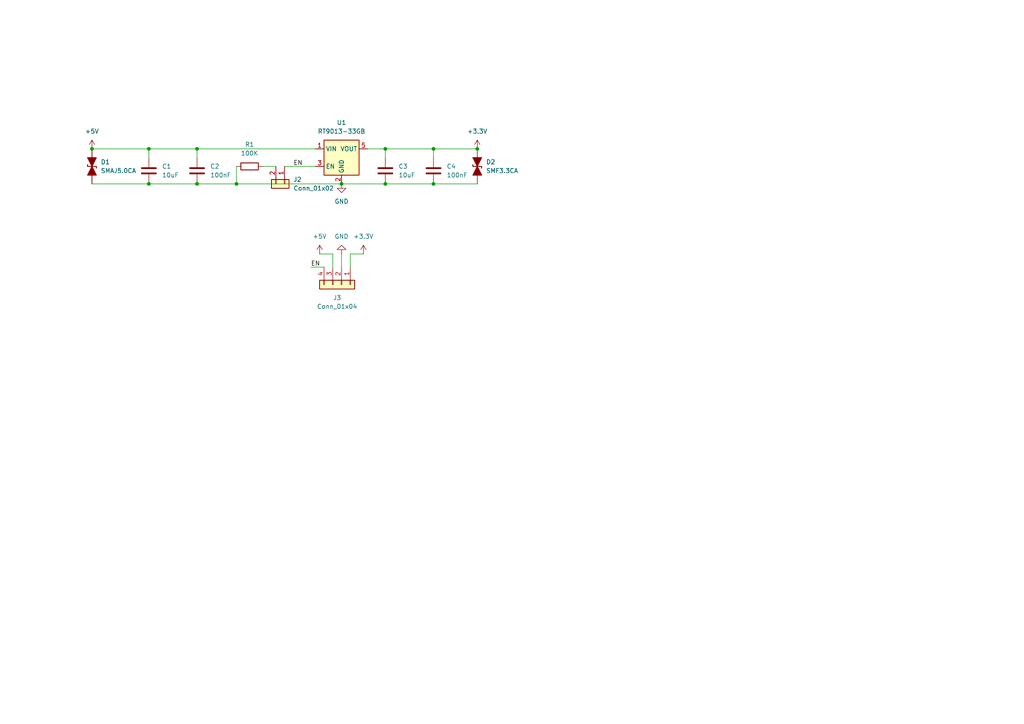
<source format=kicad_sch>
(kicad_sch (version 20250114) (generator "eeschema") (generator_version "9.0")
  (paper "A4")
  (lib_symbols
    (symbol "Connector_Generic:Conn_01x02" (pin_names (offset 1.016) (hide yes))
      (property "Reference" "J" (at 0 2.54 0))
      (property "Value" "Conn_01x02" (at 0 -5.08 0))
      (symbol "Conn_01x02_1_1"
        (rectangle (start -1.27 1.27) (end 1.27 -3.81) (stroke (width 0.254)) (fill (type background)))
        (rectangle (start -1.27 0.127) (end 0 -0.127) (stroke (width 0.1524)))
        (rectangle (start -1.27 -2.413) (end 0 -2.667) (stroke (width 0.1524)))
        (pin passive line (at -5.08 0 0) (length 3.81) (name "Pin_1") (number "1"))
        (pin passive line (at -5.08 -2.54 0) (length 3.81) (name "Pin_2") (number "2"))
      )
    )
    (symbol "Connector_Generic:Conn_01x04" (pin_names (offset 1.016) (hide yes))
      (property "Reference" "J" (at 0 5.08 0))
      (property "Value" "Conn_01x04" (at 0 -7.62 0))
      (symbol "Conn_01x04_1_1"
        (rectangle (start -1.27 3.81) (end 1.27 -6.35) (stroke (width 0.254)) (fill (type background)))
        (rectangle (start -1.27 2.667) (end 0 2.413) (stroke (width 0.1524)))
        (rectangle (start -1.27 0.127) (end 0 -0.127) (stroke (width 0.1524)))
        (rectangle (start -1.27 -2.413) (end 0 -2.667) (stroke (width 0.1524)))
        (rectangle (start -1.27 -4.953) (end 0 -5.207) (stroke (width 0.1524)))
        (pin passive line (at -5.08 2.54 0) (length 3.81) (name "Pin_1") (number "1"))
        (pin passive line (at -5.08 0 0) (length 3.81) (name "Pin_2") (number "2"))
        (pin passive line (at -5.08 -2.54 0) (length 3.81) (name "Pin_3") (number "3"))
        (pin passive line (at -5.08 -5.08 0) (length 3.81) (name "Pin_4") (number "4"))
      )
    )
    (symbol "Library:SMF3.3CA" (pin_numbers (hide yes)) (pin_names (offset 1.016) (hide yes))
      (property "Reference" "D" (at 0 5.08 0))
      (property "Value" "SMF3.3CA" (at 0 2.54 0))
      (symbol "SMF3.3CA_0_1"
        (polyline (pts (xy 0 1.27) (xy 0 -1.27)) (stroke (width 0.254)))
        (polyline (pts (xy 0 1.27) (xy 0.508 1.27)) (stroke (width 0.254)))
        (polyline (pts (xy 0 0) (xy -2.54 1.27) (xy -2.54 -1.27) (xy 0 0)) (stroke (width 0.254)) (fill (type outline)))
        (polyline (pts (xy 0 -1.27) (xy -0.508 -1.27)) (stroke (width 0.254)))
        (polyline (pts (xy 1.27 0) (xy -1.27 0)))
        (polyline (pts (xy 2.54 1.27) (xy 2.54 -1.27) (xy 0 0) (xy 2.54 1.27)) (stroke (width 0.254)) (fill (type outline)))
      )
      (symbol "SMF3.3CA_0_2"
        (polyline (pts (xy -3.81 -3.81) (xy 3.81 3.81)))
        (polyline (pts (xy -1.778 -1.778) (xy -2.667 -0.889) (xy 0 0) (xy -0.889 -2.667) (xy -1.778 -1.778)) (stroke (width 0.254)) (fill (type outline)))
        (polyline (pts (xy -0.889 0.889) (xy -1.27 0.508)) (stroke (width 0.254)))
        (polyline (pts (xy -0.889 0.889) (xy 0.889 -0.889)) (stroke (width 0.254)))
        (polyline (pts (xy 0.889 -0.889) (xy 1.27 -0.508)) (stroke (width 0.254)))
        (polyline (pts (xy 1.778 1.778) (xy 2.667 0.889) (xy 0 0) (xy 0.889 2.667) (xy 1.778 1.778)) (stroke (width 0.254)) (fill (type outline)))
      )
      (symbol "SMF3.3CA_1_1"
        (pin passive line (at -5.08 0 0) (length 2.54) (name "K") (number "1"))
        (pin passive line (at 5.08 0 180) (length 2.54) (name "A") (number "2"))
      )
      (symbol "SMF3.3CA_1_2"
        (pin passive line (at -3.81 -3.81 0) (length 0) (name "A") (number "2"))
        (pin passive line (at 3.81 3.81 180) (length 0) (name "K") (number "1"))
      )
    )
    (symbol "PCM_Capacitor_US_AKL:C_1206" (pin_numbers (hide yes)) (pin_names (offset 0.254))
      (property "Reference" "C" (at 0.635 2.54 0))
      (property "Value" "C_1206" (at 0.635 -2.54 0))
      (symbol "C_1206_0_1"
        (polyline (pts (xy -2.032 0.762) (xy 2.032 0.762)) (stroke (width 0.508)))
        (polyline (pts (xy -2.032 -0.762) (xy 2.032 -0.762)) (stroke (width 0.508)))
      )
      (symbol "C_1206_0_2"
        (polyline (pts (xy -2.54 -2.54) (xy -0.381 -0.381)))
        (polyline (pts (xy -0.508 -0.508) (xy -1.651 0.635)) (stroke (width 0.508)))
        (polyline (pts (xy -0.508 -0.508) (xy 0.635 -1.651)) (stroke (width 0.508)))
        (polyline (pts (xy 0.381 0.381) (xy 2.54 2.54)))
        (polyline (pts (xy 0.508 0.508) (xy -0.635 1.651)) (stroke (width 0.508)))
        (polyline (pts (xy 0.508 0.508) (xy 1.651 -0.635)) (stroke (width 0.508)))
      )
      (symbol "C_1206_1_1"
        (pin passive line (at 0 3.81 270) (length 2.794) (name "~") (number "1"))
        (pin passive line (at 0 -3.81 90) (length 2.794) (name "~") (number "2"))
      )
      (symbol "C_1206_1_2"
        (pin passive line (at -2.54 -2.54 90) (length 0) (name "~") (number "2"))
        (pin passive line (at 2.54 2.54 270) (length 0) (name "~") (number "1"))
      )
    )
    (symbol "PCM_Diode_TVS_AKL:SMAJ5.0CA" (pin_numbers (hide yes)) (pin_names (offset 1.016) (hide yes))
      (property "Reference" "D" (at 0 5.08 0))
      (property "Value" "SMAJ5.0CA" (at 0 2.54 0))
      (symbol "SMAJ5.0CA_0_1"
        (polyline (pts (xy 0 1.27) (xy 0 -1.27)) (stroke (width 0.254)))
        (polyline (pts (xy 0 1.27) (xy 0.508 1.27)) (stroke (width 0.254)))
        (polyline (pts (xy 0 0) (xy -2.54 1.27) (xy -2.54 -1.27) (xy 0 0)) (stroke (width 0.254)) (fill (type outline)))
        (polyline (pts (xy 0 -1.27) (xy -0.508 -1.27)) (stroke (width 0.254)))
        (polyline (pts (xy 1.27 0) (xy -1.27 0)))
        (polyline (pts (xy 2.54 1.27) (xy 2.54 -1.27) (xy 0 0) (xy 2.54 1.27)) (stroke (width 0.254)) (fill (type outline)))
      )
      (symbol "SMAJ5.0CA_0_2"
        (polyline (pts (xy -3.81 -3.81) (xy 3.81 3.81)))
        (polyline (pts (xy -1.778 -1.778) (xy -2.667 -0.889) (xy 0 0) (xy -0.889 -2.667) (xy -1.778 -1.778)) (stroke (width 0.254)) (fill (type outline)))
        (polyline (pts (xy -0.889 0.889) (xy -1.27 0.508)) (stroke (width 0.254)))
        (polyline (pts (xy -0.889 0.889) (xy 0.889 -0.889)) (stroke (width 0.254)))
        (polyline (pts (xy 0.889 -0.889) (xy 1.27 -0.508)) (stroke (width 0.254)))
        (polyline (pts (xy 1.778 1.778) (xy 2.667 0.889) (xy 0 0) (xy 0.889 2.667) (xy 1.778 1.778)) (stroke (width 0.254)) (fill (type outline)))
      )
      (symbol "SMAJ5.0CA_1_1"
        (pin passive line (at -5.08 0 0) (length 2.54) (name "K") (number "1"))
        (pin passive line (at 5.08 0 180) (length 2.54) (name "A") (number "2"))
      )
      (symbol "SMAJ5.0CA_1_2"
        (pin passive line (at -3.81 -3.81 0) (length 0) (name "A") (number "2"))
        (pin passive line (at 3.81 3.81 180) (length 0) (name "K") (number "1"))
      )
    )
    (symbol "PCM_Resistor_AKL:R_1206" (pin_numbers (hide yes)) (pin_names (offset 0))
      (property "Reference" "R" (at 2.54 1.27 0))
      (property "Value" "R_1206" (at 2.54 -1.27 0))
      (symbol "R_1206_0_1"
        (rectangle (start -1.016 2.54) (end 1.016 -2.54) (stroke (width 0.254)))
      )
      (symbol "R_1206_0_2"
        (polyline (pts (xy -2.54 -2.54) (xy -1.524 -1.524)))
        (polyline (pts (xy 1.524 1.524) (xy 2.54 2.54)))
        (polyline (pts (xy 1.524 1.524) (xy 0.889 2.159) (xy -2.159 -0.889) (xy -0.889 -2.159) (xy 2.159 0.889) (xy 1.524 1.524)) (stroke (width 0.254)))
      )
      (symbol "R_1206_1_1"
        (pin passive line (at 0 3.81 270) (length 1.27) (name "~") (number "1"))
        (pin passive line (at 0 -3.81 90) (length 1.27) (name "~") (number "2"))
      )
      (symbol "R_1206_1_2"
        (pin passive line (at -2.54 -2.54 0) (length 0) (name "") (number "2"))
        (pin passive line (at 2.54 2.54 180) (length 0) (name "") (number "1"))
      )
    )
    (symbol "RT9013-33GB_1"
      (property "Reference" "U" (at 0 8.89 0))
      (property "Value" "RT9013-33GB" (at 0 6.35 0))
      (symbol "RT9013-33GB_1_0_1"
        (rectangle (start -5.08 5.08) (end 5.08 -5.08) (stroke (width 0.254)) (fill (type background)))
      )
      (symbol "RT9013-33GB_1_1_1"
        (pin power_in line (at -7.62 2.54 0) (length 2.54) (name "VIN") (number "1"))
        (pin input line (at -7.62 -2.54 0) (length 2.54) (name "EN") (number "3"))
        (pin power_in line (at 0 -7.62 90) (length 2.54) (name "GND") (number "2"))
        (pin no_connect line (at 5.08 -2.54 180) (length 2.54) (hide yes) (name "NC") (number "4"))
        (pin power_out line (at 7.62 2.54 180) (length 2.54) (name "VOUT") (number "5"))
      )
    )
    (symbol "power:+3.3V" (power) (pin_numbers (hide yes)) (pin_names (offset 0) (hide yes))
      (property "Value" "+3.3V" (at 0 3.556 0))
      (symbol "+3.3V_0_1"
        (polyline (pts (xy -0.762 1.27) (xy 0 2.54)))
        (polyline (pts (xy 0 2.54) (xy 0.762 1.27)))
        (polyline (pts (xy 0 0) (xy 0 2.54)))
      )
      (symbol "+3.3V_1_1"
        (pin power_in line (at 0 0 90) (length 0) (name "~") (number "1"))
      )
    )
    (symbol "power:+5V" (power) (pin_numbers (hide yes)) (pin_names (offset 0) (hide yes))
      (property "Value" "+5V" (at 0 3.556 0))
      (symbol "+5V_0_1"
        (polyline (pts (xy -0.762 1.27) (xy 0 2.54)))
        (polyline (pts (xy 0 2.54) (xy 0.762 1.27)))
        (polyline (pts (xy 0 0) (xy 0 2.54)))
      )
      (symbol "+5V_1_1"
        (pin power_in line (at 0 0 90) (length 0) (name "~") (number "1"))
      )
    )
    (symbol "power:GND" (power) (pin_numbers (hide yes)) (pin_names (offset 0) (hide yes))
      (property "Value" "GND" (at 0 -3.81 0))
      (symbol "GND_0_1"
        (polyline (pts (xy 0 0) (xy 0 -1.27) (xy 1.27 -1.27) (xy 0 -2.54) (xy -1.27 -1.27) (xy 0 -1.27)))
      )
      (symbol "GND_1_1"
        (pin power_in line (at 0 0 270) (length 0) (name "~") (number "1"))
      )
    )
  )
  (junction (at 26.67 43.18))
  (junction (at 68.58 53.34))
  (junction (at 125.73 53.34))
  (junction (at 125.73 43.18))
  (junction (at 43.18 53.34))
  (junction (at 111.76 43.18))
  (junction (at 111.76 53.34))
  (junction (at 99.06 53.34))
  (junction (at 57.15 53.34))
  (junction (at 57.15 43.18))
  (junction (at 138.43 43.18))
  (junction (at 43.18 43.18))
  (wire (pts (xy 106.68 43.18) (xy 111.76 43.18)))
  (wire (pts (xy 43.18 43.18) (xy 57.15 43.18)))
  (wire (pts (xy 99.06 53.34) (xy 111.76 53.34)))
  (wire (pts (xy 99.06 73.66) (xy 99.06 77.47)))
  (wire (pts (xy 68.58 48.26) (xy 68.58 53.34)))
  (wire (pts (xy 26.67 43.18) (xy 43.18 43.18)))
  (wire (pts (xy 68.58 53.34) (xy 99.06 53.34)))
  (wire (pts (xy 125.73 53.34) (xy 138.43 53.34)))
  (wire (pts (xy 43.18 53.34) (xy 57.15 53.34)))
  (wire (pts (xy 76.2 48.26) (xy 80.01 48.26)))
  (wire (pts (xy 82.55 48.26) (xy 91.44 48.26)))
  (wire (pts (xy 125.73 43.18) (xy 138.43 43.18)))
  (wire (pts (xy 92.71 73.66) (xy 96.52 73.66)))
  (wire (pts (xy 57.15 43.18) (xy 57.15 45.72)))
  (wire (pts (xy 26.67 53.34) (xy 43.18 53.34)))
  (wire (pts (xy 57.15 43.18) (xy 91.44 43.18)))
  (wire (pts (xy 101.6 73.66) (xy 101.6 77.47)))
  (wire (pts (xy 96.52 73.66) (xy 96.52 77.47)))
  (wire (pts (xy 111.76 43.18) (xy 125.73 43.18)))
  (wire (pts (xy 57.15 53.34) (xy 68.58 53.34)))
  (wire (pts (xy 111.76 43.18) (xy 111.76 45.72)))
  (wire (pts (xy 101.6 73.66) (xy 105.41 73.66)))
  (wire (pts (xy 125.73 43.18) (xy 125.73 45.72)))
  (wire (pts (xy 90.17 77.47) (xy 93.98 77.47)))
  (wire (pts (xy 111.76 53.34) (xy 125.73 53.34)))
  (wire (pts (xy 43.18 43.18) (xy 43.18 45.72)))
  (label "EN" (at 90.17 77.47 0))
  (label "EN" (at 85.09 48.26 0))
  (symbol (lib_id "PCM_Resistor_AKL:R_1206") (at 72.39 48.26 90) (unit 1)
    (property "Reference" "R1" (at 72.39 41.91 90))
    (property "Value" "100K" (at 72.39 44.45 90))
    (property "Footprint" "PCM_Resistor_SMD_AKL:R_1206_3216Metric" (effects (hide yes)))
    (property "Description" "SMD 1206 Chip Resistor, European Symbol, Alternate KiCad Library" (effects (hide yes)))
  )
  (symbol (lib_id "PCM_Capacitor_US_AKL:C_1206") (at 125.73 49.53 0) (unit 1)
    (property "Reference" "C4" (at 129.54 48.2599 0) (effects (justify left)))
    (property "Value" "100nF" (at 129.54 50.7999 0) (effects (justify left)))
    (property "Footprint" "PCM_Capacitor_SMD_AKL:C_1206_3216Metric" (effects (hide yes)))
    (property "Description" "SMD 1206 MLCC capacitor, Alternate KiCad Library" (effects (hide yes)))
  )
  (symbol (lib_id "power:+3.3V") (at 105.41 73.66 0) (unit 1)
    (property "Reference" "#PWR05" (effects (hide yes)))
    (property "Value" "+3.3V" (at 105.41 68.58 0))
    (property "Description" "Power symbol creates a global label with name \"+3.3V\"" (effects (hide yes)))
  )
  (symbol (lib_id "PCM_Capacitor_US_AKL:C_1206") (at 43.18 49.53 0) (unit 1)
    (property "Reference" "C1" (at 46.99 48.2599 0) (effects (justify left)))
    (property "Value" "10uF" (at 46.99 50.7999 0) (effects (justify left)))
    (property "Footprint" "PCM_Capacitor_SMD_AKL:C_1206_3216Metric" (effects (hide yes)))
    (property "Description" "SMD 1206 MLCC capacitor, Alternate KiCad Library" (effects (hide yes)))
  )
  (symbol (lib_id "power:+5V") (at 26.67 43.18 0) (unit 1)
    (property "Reference" "#PWR01" (effects (hide yes)))
    (property "Value" "+5V" (at 26.67 38.1 0))
    (property "Description" "Power symbol creates a global label with name \"+5V\"" (effects (hide yes)))
  )
  (symbol (lib_id "PCM_Capacitor_US_AKL:C_1206") (at 57.15 49.53 0) (unit 1)
    (property "Reference" "C2" (at 60.96 48.2599 0) (effects (justify left)))
    (property "Value" "100nF" (at 60.96 50.7999 0) (effects (justify left)))
    (property "Footprint" "PCM_Capacitor_SMD_AKL:C_1206_3216Metric" (effects (hide yes)))
    (property "Description" "SMD 1206 MLCC capacitor, Alternate KiCad Library" (effects (hide yes)))
  )
  (symbol (lib_id "Library:SMF3.3CA") (at 138.43 48.26 90) (unit 1)
    (property "Reference" "D2" (at 140.97 46.9899 90) (effects (justify right)))
    (property "Value" "SMF3.3CA" (at 140.97 49.5299 90) (effects (justify right)))
    (property "Footprint" "PCM_Diode_SMD_AKL:D_SOD-123F" (effects (hide yes)))
    (property "Datasheet" "https://item.szlcsc.com/48682096.html?fromZone=s_s__%2522SMF3.3CA%2522&spm=sc.gb.xh1.zy.n___sc.it.hd.ss&lcsc_vid=RVRcUVYDElFdXlJeRAALAwJQTwNeBgZeQ1QMUwJSRlQxVlNSQVZWVV1VR1lXVTtW" (effects (hide yes)))
    (property "Description" "SOD-123F Bidirectional TVS Diode, 5V, 200W, Alternate KiCAD Library" (effects (hide yes)))
  )
  (symbol (lib_id "power:+3.3V") (at 138.43 43.18 0) (unit 1)
    (property "Reference" "#PWR06" (effects (hide yes)))
    (property "Value" "+3.3V" (at 138.43 38.1 0))
    (property "Description" "Power symbol creates a global label with name \"+3.3V\"" (effects (hide yes)))
  )
  (symbol (lib_id "PCM_Diode_TVS_AKL:SMAJ5.0CA") (at 26.67 48.26 90) (unit 1)
    (property "Reference" "D1" (at 29.21 46.9899 90) (effects (justify right)))
    (property "Value" "SMAJ5.0CA" (at 29.21 49.5299 90) (effects (justify right)))
    (property "Footprint" "PCM_Diode_SMD_AKL:D_SMA_TVS" (effects (hide yes)))
    (property "Datasheet" "https://www.tme.eu/Document/dbc72d81c249fe51b6ab42300e8e06d0/SMAJ_ser.pdf" (effects (hide yes)))
    (property "Description" "SMA Bidirectional TVS Diode, 5V, 400W, Alternate KiCAD Library" (effects (hide yes)))
  )
  (symbol (lib_id "PCM_Capacitor_US_AKL:C_1206") (at 111.76 49.53 0) (unit 1)
    (property "Reference" "C3" (at 115.57 48.2599 0) (effects (justify left)))
    (property "Value" "10uF" (at 115.57 50.7999 0) (effects (justify left)))
    (property "Footprint" "PCM_Capacitor_SMD_AKL:C_1206_3216Metric" (effects (hide yes)))
    (property "Description" "SMD 1206 MLCC capacitor, Alternate KiCad Library" (effects (hide yes)))
  )
  (symbol (lib_id "power:GND") (at 99.06 53.34 0) (unit 1)
    (property "Reference" "#PWR03" (effects (hide yes)))
    (property "Value" "GND" (at 99.06 58.42 0))
    (property "Description" "Power symbol creates a global label with name \"GND\" , ground" (effects (hide yes)))
  )
  (symbol (lib_id "Connector_Generic:Conn_01x04") (at 99.06 82.55 270) (unit 1)
    (property "Reference" "J3" (at 97.79 86.36 90))
    (property "Value" "Conn_01x04" (at 97.79 88.9 90))
    (property "Footprint" "Connector_PinHeader_2.54mm:PinHeader_1x04_P2.54mm_Vertical" (effects (hide yes)))
    (property "Description" "Generic connector, single row, 01x04, script generated (kicad-library-utils/schlib/autogen/connector/)" (effects (hide yes)))
  )
  (symbol (lib_name "RT9013-33GB_1") (lib_id "Library:RT9013-33GB") (at 99.06 45.72 0) (unit 1)
    (property "Reference" "U1" (at 99.06 35.56 0))
    (property "Value" "RT9013-33GB" (at 99.06 38.1 0))
    (property "Footprint" "Package_TO_SOT_SMD:SOT-23-5" (effects (hide yes)))
    (property "Datasheet" "https://www.jlc-smt.com/lcsc/detail?componentCode=C47773" (effects (hide yes)))
    (property "Description" "250mA low-noise LDO, 2.2V-5.5V input, 1.5V output, SOT-23-5" (effects (hide yes)))
  )
  (symbol (lib_id "power:+5V") (at 92.71 73.66 0) (unit 1)
    (property "Reference" "#PWR02" (effects (hide yes)))
    (property "Value" "+5V" (at 92.71 68.58 0))
    (property "Description" "Power symbol creates a global label with name \"+5V\"" (effects (hide yes)))
  )
  (symbol (lib_id "Connector_Generic:Conn_01x02") (at 82.55 53.34 270) (unit 1)
    (property "Reference" "J2" (at 85.09 52.0699 90) (effects (justify left)))
    (property "Value" "Conn_01x02" (at 85.09 54.6099 90) (effects (justify left)))
    (property "Footprint" "Connector_PinHeader_2.54mm:PinHeader_1x02_P2.54mm_Vertical" (effects (hide yes)))
    (property "Description" "Generic connector, single row, 01x02, script generated (kicad-library-utils/schlib/autogen/connector/)" (effects (hide yes)))
  )
  (symbol (lib_id "power:GND") (at 99.06 73.66 180) (unit 1)
    (property "Reference" "#PWR04" (effects (hide yes)))
    (property "Value" "GND" (at 99.06 68.58 0))
    (property "Description" "Power symbol creates a global label with name \"GND\" , ground" (effects (hide yes)))
  )
)
</source>
